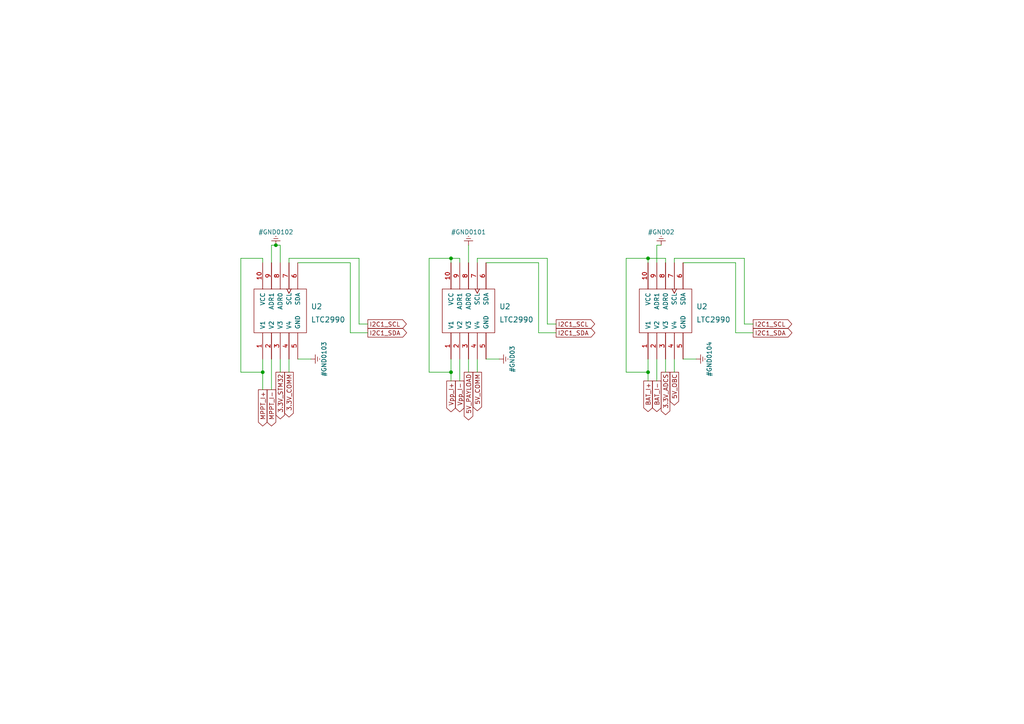
<source format=kicad_sch>
(kicad_sch (version 20230121) (generator eeschema)
  (paper "A4")
  (lib_symbols
    (symbol "curr volt mon:LTC2990" (pin_names (offset 1.016))
      (property "Reference" "U" (at 0 -8.89 0))
      (property "Value" "LTC2990" (at 0 8.89 0))
      (symbol "LTC2990_0_1"
        (rectangle (start -6.35 7.62) (end 6.35 -7.62))
      )
      (symbol "LTC2990_1_1"
        (pin input line (at -13.97 5.08 0) (length 7.62) (name "V1") (number "1"))
        (pin power_in line (at 13.97 5.08 180) (length 7.62) (name "VCC") (number "10"))
        (pin input line (at -13.97 2.54 0) (length 7.62) (name "V2") (number "2"))
        (pin input line (at -13.97 0 0) (length 7.62) (name "V3") (number "3"))
        (pin input line (at -13.97 -2.54 0) (length 7.62) (name "V4") (number "4"))
        (pin power_in line (at -13.97 -5.08 0) (length 7.62) (name "GND") (number "5"))
        (pin bidirectional line (at 13.97 -5.08 180) (length 7.62) (name "SDA") (number "6"))
        (pin input clock (at 13.97 -2.54 180) (length 7.62) (name "SCL") (number "7"))
        (pin input line (at 13.97 0 180) (length 7.62) (name "ADR0") (number "8"))
        (pin input line (at 13.97 2.54 180) (length 7.62) (name "ADR1") (number "9"))
      )
    )
    (symbol "power:Earth" (power) (pin_numbers hide) (pin_names (offset 0) hide)
      (symbol "Earth_0_1"
        (polyline (pts (xy -0.635 -1.905) (xy 0.635 -1.905)))
        (polyline (pts (xy -0.127 -2.54) (xy 0.127 -2.54)))
        (polyline (pts (xy 0 -1.27) (xy 0 0)))
        (polyline (pts (xy 1.27 -1.27) (xy -1.27 -1.27)))
      )
      (symbol "Earth_1_1"
        (pin power_in line (at 0 0 270) (length 0) hide (name "Earth") (number "1"))
      )
    )
  )
  (junction (at 187.96 74.93))
  (junction (at 187.96 107.95))
  (junction (at 130.81 74.93))
  (junction (at 80.01 71.12))
  (junction (at 130.81 107.95))
  (junction (at 76.2 107.95))
  (wire (pts (xy 195.58 76.2) (xy 195.58 74.93)))
  (wire (pts (xy 78.74 71.12) (xy 80.01 71.12)))
  (wire (pts (xy 81.28 71.12) (xy 80.01 71.12)))
  (wire (pts (xy 101.6 76.2) (xy 101.6 96.52)))
  (wire (pts (xy 138.43 74.93) (xy 158.75 74.93)))
  (wire (pts (xy 135.89 76.2) (xy 135.89 71.12)))
  (wire (pts (xy 124.46 74.93) (xy 124.46 107.95)))
  (wire (pts (xy 215.9 93.98) (xy 215.9 74.93)))
  (wire (pts (xy 193.04 76.2) (xy 193.04 74.93)))
  (wire (pts (xy 133.35 104.14) (xy 133.35 110.49)))
  (wire (pts (xy 195.58 104.14) (xy 195.58 107.95)))
  (wire (pts (xy 198.12 76.2) (xy 213.36 76.2)))
  (wire (pts (xy 161.29 93.98) (xy 158.75 93.98)))
  (wire (pts (xy 124.46 107.95) (xy 130.81 107.95)))
  (wire (pts (xy 90.17 104.14) (xy 86.36 104.14)))
  (wire (pts (xy 187.96 74.93) (xy 193.04 74.93)))
  (wire (pts (xy 144.78 104.14) (xy 140.97 104.14)))
  (wire (pts (xy 218.44 93.98) (xy 215.9 93.98)))
  (wire (pts (xy 133.35 76.2) (xy 133.35 74.93)))
  (wire (pts (xy 69.85 74.93) (xy 69.85 107.95)))
  (wire (pts (xy 130.81 74.93) (xy 124.46 74.93)))
  (wire (pts (xy 213.36 76.2) (xy 213.36 96.52)))
  (wire (pts (xy 76.2 107.95) (xy 76.2 113.03)))
  (wire (pts (xy 187.96 104.14) (xy 187.96 107.95)))
  (wire (pts (xy 158.75 93.98) (xy 158.75 74.93)))
  (wire (pts (xy 156.21 76.2) (xy 156.21 96.52)))
  (wire (pts (xy 193.04 107.95) (xy 193.04 104.14)))
  (wire (pts (xy 104.14 93.98) (xy 104.14 74.93)))
  (wire (pts (xy 83.82 76.2) (xy 83.82 74.93)))
  (wire (pts (xy 195.58 74.93) (xy 215.9 74.93)))
  (wire (pts (xy 130.81 107.95) (xy 130.81 110.49)))
  (wire (pts (xy 181.61 107.95) (xy 187.96 107.95)))
  (wire (pts (xy 76.2 74.93) (xy 69.85 74.93)))
  (wire (pts (xy 133.35 74.93) (xy 130.81 74.93)))
  (wire (pts (xy 201.93 104.14) (xy 198.12 104.14)))
  (wire (pts (xy 69.85 107.95) (xy 76.2 107.95)))
  (wire (pts (xy 101.6 96.52) (xy 106.68 96.52)))
  (wire (pts (xy 78.74 104.14) (xy 78.74 113.03)))
  (wire (pts (xy 181.61 74.93) (xy 181.61 107.95)))
  (wire (pts (xy 190.5 76.2) (xy 190.5 71.12)))
  (wire (pts (xy 138.43 76.2) (xy 138.43 74.93)))
  (wire (pts (xy 190.5 71.12) (xy 191.77 71.12)))
  (wire (pts (xy 130.81 104.14) (xy 130.81 107.95)))
  (wire (pts (xy 187.96 74.93) (xy 181.61 74.93)))
  (wire (pts (xy 187.96 107.95) (xy 187.96 110.49)))
  (wire (pts (xy 130.81 76.2) (xy 130.81 74.93)))
  (wire (pts (xy 190.5 104.14) (xy 190.5 110.49)))
  (wire (pts (xy 187.96 76.2) (xy 187.96 74.93)))
  (wire (pts (xy 81.28 76.2) (xy 81.28 71.12)))
  (wire (pts (xy 138.43 104.14) (xy 138.43 107.95)))
  (wire (pts (xy 76.2 76.2) (xy 76.2 74.93)))
  (wire (pts (xy 86.36 76.2) (xy 101.6 76.2)))
  (wire (pts (xy 78.74 76.2) (xy 78.74 71.12)))
  (wire (pts (xy 213.36 96.52) (xy 218.44 96.52)))
  (wire (pts (xy 83.82 104.14) (xy 83.82 107.95)))
  (wire (pts (xy 81.28 107.95) (xy 81.28 104.14)))
  (wire (pts (xy 135.89 107.95) (xy 135.89 104.14)))
  (wire (pts (xy 83.82 74.93) (xy 104.14 74.93)))
  (wire (pts (xy 76.2 104.14) (xy 76.2 107.95)))
  (wire (pts (xy 156.21 96.52) (xy 161.29 96.52)))
  (wire (pts (xy 106.68 93.98) (xy 104.14 93.98)))
  (wire (pts (xy 140.97 76.2) (xy 156.21 76.2)))
  (global_label "I2C1_SDA" (shape output) (at 106.68 96.52 0) (property "Intersheetrefs" "${INTERSHEET_REFS}" (effects hide)))
  (global_label "MPPT_I+" (shape output) (at 76.2 113.03 270) (property "Intersheetrefs" "${INTERSHEET_REFS}" (effects hide)))
  (global_label "I2C1_SCL" (shape output) (at 161.29 93.98 0) (property "Intersheetrefs" "${INTERSHEET_REFS}" (effects hide)))
  (global_label "I2C1_SDA" (shape output) (at 218.44 96.52 0) (property "Intersheetrefs" "${INTERSHEET_REFS}" (effects hide)))
  (global_label "Vpp_I-" (shape output) (at 133.35 110.49 270) (property "Intersheetrefs" "${INTERSHEET_REFS}" (effects hide)))
  (global_label "I2C1_SDA" (shape output) (at 161.29 96.52 0) (property "Intersheetrefs" "${INTERSHEET_REFS}" (effects hide)))
  (global_label "BAT_I-" (shape output) (at 190.5 110.49 270) (property "Intersheetrefs" "${INTERSHEET_REFS}" (effects hide)))
  (global_label "3.3V_ADCS" (shape output) (at 193.04 107.95 270) (property "Intersheetrefs" "${INTERSHEET_REFS}" (effects hide)))
  (global_label "3.3V_COMM" (shape output) (at 83.82 107.95 270) (property "Intersheetrefs" "${INTERSHEET_REFS}" (effects hide)))
  (global_label "MPPT_I-" (shape output) (at 78.74 113.03 270) (property "Intersheetrefs" "${INTERSHEET_REFS}" (effects hide)))
  (global_label "3.3V_STM32" (shape output) (at 81.28 107.95 270) (property "Intersheetrefs" "${INTERSHEET_REFS}" (effects hide)))
  (global_label "5V_PAYLOAD" (shape output) (at 135.89 107.95 270) (property "Intersheetrefs" "${INTERSHEET_REFS}" (effects hide)))
  (global_label "I2C1_SCL" (shape output) (at 218.44 93.98 0) (property "Intersheetrefs" "${INTERSHEET_REFS}" (effects hide)))
  (global_label "Vpp_I+" (shape output) (at 130.81 110.49 270) (property "Intersheetrefs" "${INTERSHEET_REFS}" (effects hide)))
  (global_label "I2C1_SCL" (shape output) (at 106.68 93.98 0) (property "Intersheetrefs" "${INTERSHEET_REFS}" (effects hide)))
  (global_label "5V_COMM" (shape output) (at 138.43 107.95 270) (property "Intersheetrefs" "${INTERSHEET_REFS}" (effects hide)))
  (global_label "5V_OBC" (shape output) (at 195.58 107.95 270) (property "Intersheetrefs" "${INTERSHEET_REFS}" (effects hide)))
  (global_label "BAT_I+" (shape output) (at 187.96 110.49 270) (property "Intersheetrefs" "${INTERSHEET_REFS}" (effects hide)))
  (symbol (lib_id "curr volt mon:LTC2990") (at 81.28 90.17 90) (unit 1)
    (property "Reference" "U2" (at 90.17 88.9 90) (effects (font (size 1.524 1.524)) (justify right)))
    (property "Value" "LTC2990" (at 90.17 92.71 90) (effects (font (size 1.524 1.524)) (justify right)))
    (property "Footprint" "MON & PROTECC:SOP50P490X110-10N" (effects hide))
    (instances (project "pcb" (path "" (reference "U2") (unit 1)) (path "" (reference "U2") (unit 1))) (project "1" (path "" (reference "U1") (unit 1))))
  )
  (symbol (lib_id "curr volt mon:LTC2990") (at 135.89 90.17 90) (unit 1)
    (property "Reference" "U2" (at 144.78 88.9 90) (effects (font (size 1.524 1.524)) (justify right)))
    (property "Value" "LTC2990" (at 144.78 92.71 90) (effects (font (size 1.524 1.524)) (justify right)))
    (property "Footprint" "MON & PROTECC:SOP50P490X110-10N" (effects hide))
    (instances (project "pcb" (path "" (reference "U2") (unit 1)) (path "" (reference "U3") (unit 1))) (project "1" (path "" (reference "U1") (unit 1))))
  )
  (symbol (lib_id "power:Earth") (at 144.78 104.14 90) (unit 1)
    (property "Reference" "#GND03" (at 148.59 104.14 0))
    (property "Value" "Earth" (effects hide))
    (instances (project "pcb" (path "" (reference "#GND03") (unit 1)) (path "" (reference "#GND010") (unit 1))) (project "1" (path "" (reference "#GND013") (unit 1))))
  )
  (symbol (lib_id "power:Earth") (at 90.17 104.14 90) (unit 1)
    (property "Reference" "#GND03" (at 93.98 104.14 0))
    (property "Value" "Earth" (effects hide))
    (instances (project "pcb" (path "" (reference "#GND03") (unit 1)) (path "" (reference "#GND02") (unit 1))) (project "1" (path "" (reference "#GND013") (unit 1))))
  )
  (symbol (lib_id "curr volt mon:LTC2990") (at 193.04 90.17 90) (unit 1)
    (property "Reference" "U2" (at 201.93 88.9 90) (effects (font (size 1.524 1.524)) (justify right)))
    (property "Value" "LTC2990" (at 201.93 92.71 90) (effects (font (size 1.524 1.524)) (justify right)))
    (property "Footprint" "MON & PROTECC:SOP50P490X110-10N" (effects hide))
    (instances (project "pcb" (path "" (reference "U2") (unit 1)) (path "" (reference "U4") (unit 1))) (project "1" (path "" (reference "U1") (unit 1))))
  )
  (symbol (lib_id "power:Earth") (at 80.01 71.12 180) (unit 1)
    (property "Reference" "#GND02" (at 80.01 67.31 0))
    (property "Value" "Earth" (effects hide))
    (instances (project "pcb" (path "" (reference "#GND02") (unit 1)) (path "" (reference "#GND01") (unit 1))) (project "1" (path "" (reference "#GND012") (unit 1))))
  )
  (symbol (lib_id "power:Earth") (at 191.77 71.12 180) (unit 1)
    (property "Reference" "#GND02" (at 191.77 67.31 0))
    (property "Value" "Earth" (effects hide))
    (instances (project "pcb" (path "" (reference "#GND02") (unit 1)) (path "" (reference "#GND011") (unit 1))) (project "1" (path "" (reference "#GND012") (unit 1))))
  )
  (symbol (lib_id "power:Earth") (at 135.89 71.12 180) (unit 1)
    (property "Reference" "#GND02" (at 135.89 67.31 0))
    (property "Value" "Earth" (effects hide))
    (instances (project "pcb" (path "" (reference "#GND02") (unit 1)) (path "" (reference "#GND03") (unit 1))) (project "1" (path "" (reference "#GND012") (unit 1))))
  )
  (symbol (lib_id "power:Earth") (at 201.93 104.14 90) (unit 1)
    (property "Reference" "#GND03" (at 205.74 104.14 0))
    (property "Value" "Earth" (effects hide))
    (instances (project "pcb" (path "" (reference "#GND03") (unit 1)) (path "" (reference "#GND012") (unit 1))) (project "1" (path "" (reference "#GND013") (unit 1))))
  )
)
</source>
